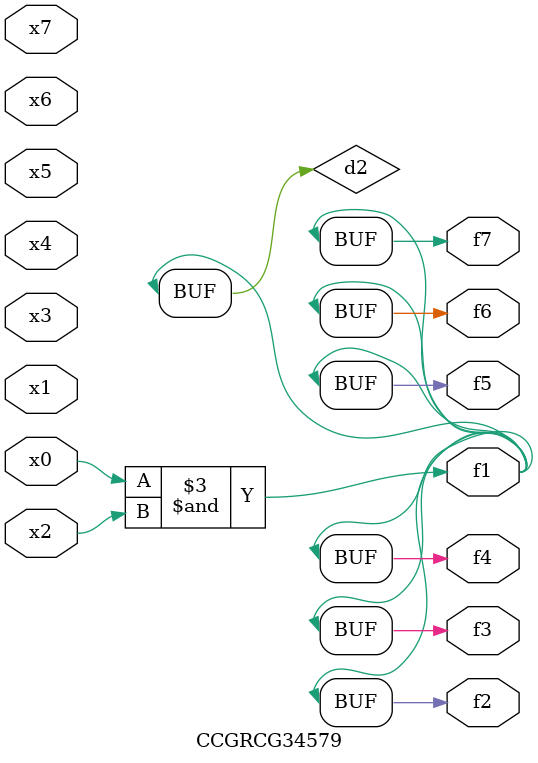
<source format=v>
module CCGRCG34579(
	input x0, x1, x2, x3, x4, x5, x6, x7,
	output f1, f2, f3, f4, f5, f6, f7
);

	wire d1, d2;

	nor (d1, x3, x6);
	and (d2, x0, x2);
	assign f1 = d2;
	assign f2 = d2;
	assign f3 = d2;
	assign f4 = d2;
	assign f5 = d2;
	assign f6 = d2;
	assign f7 = d2;
endmodule

</source>
